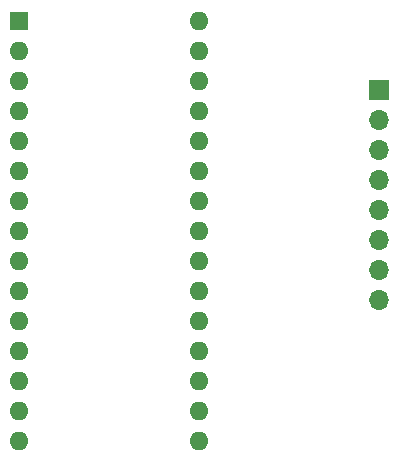
<source format=gbr>
%TF.GenerationSoftware,KiCad,Pcbnew,8.0.4*%
%TF.CreationDate,2024-09-23T10:04:25-03:00*%
%TF.ProjectId,IMU com arduino,494d5520-636f-46d2-9061-726475696e6f,rev?*%
%TF.SameCoordinates,Original*%
%TF.FileFunction,Copper,L1,Top*%
%TF.FilePolarity,Positive*%
%FSLAX46Y46*%
G04 Gerber Fmt 4.6, Leading zero omitted, Abs format (unit mm)*
G04 Created by KiCad (PCBNEW 8.0.4) date 2024-09-23 10:04:25*
%MOMM*%
%LPD*%
G01*
G04 APERTURE LIST*
%TA.AperFunction,ComponentPad*%
%ADD10O,1.700000X1.700000*%
%TD*%
%TA.AperFunction,ComponentPad*%
%ADD11R,1.700000X1.700000*%
%TD*%
%TA.AperFunction,ComponentPad*%
%ADD12R,1.600000X1.600000*%
%TD*%
%TA.AperFunction,ComponentPad*%
%ADD13O,1.600000X1.600000*%
%TD*%
%TA.AperFunction,Conductor*%
%ADD14C,0.200000*%
%TD*%
G04 APERTURE END LIST*
D10*
%TO.P,J1,8,Pin_8*%
%TO.N,unconnected-(J1-Pin_8-Pad8)*%
X162687000Y-97790000D03*
%TO.P,J1,7,Pin_7*%
%TO.N,unconnected-(J1-Pin_7-Pad7)*%
X162687000Y-95250000D03*
%TO.P,J1,6,Pin_6*%
%TO.N,unconnected-(J1-Pin_6-Pad6)*%
X162687000Y-92710000D03*
%TO.P,J1,5,Pin_5*%
%TO.N,unconnected-(J1-Pin_5-Pad5)*%
X162687000Y-90170000D03*
%TO.P,J1,4,Pin_4*%
%TO.N,Net-(A1-A4)*%
X162687000Y-87630000D03*
%TO.P,J1,3,Pin_3*%
%TO.N,Net-(A1-A5)*%
X162687000Y-85090000D03*
%TO.P,J1,2,Pin_2*%
%TO.N,GND*%
X162687000Y-82550000D03*
D11*
%TO.P,J1,1,Pin_1*%
%TO.N,Net-(A1-+5V)*%
X162687000Y-80010000D03*
%TD*%
D12*
%TO.P,A1,1,D1/TX*%
%TO.N,unconnected-(A1-D1{slash}TX-Pad1)*%
X132207000Y-74168000D03*
D13*
%TO.P,A1,2,D0/RX*%
%TO.N,unconnected-(A1-D0{slash}RX-Pad2)*%
X132207000Y-76708000D03*
%TO.P,A1,3,~{RESET}*%
%TO.N,unconnected-(A1-~{RESET}-Pad3)*%
X132207000Y-79248000D03*
%TO.P,A1,4,GND*%
%TO.N,GND*%
X132207000Y-81788000D03*
%TO.P,A1,5,D2*%
%TO.N,unconnected-(A1-D2-Pad5)*%
X132207000Y-84328000D03*
%TO.P,A1,6,D3*%
%TO.N,unconnected-(A1-D3-Pad6)*%
X132207000Y-86868000D03*
%TO.P,A1,7,D4*%
%TO.N,unconnected-(A1-D4-Pad7)*%
X132207000Y-89408000D03*
%TO.P,A1,8,D5*%
%TO.N,unconnected-(A1-D5-Pad8)*%
X132207000Y-91948000D03*
%TO.P,A1,9,D6*%
%TO.N,unconnected-(A1-D6-Pad9)*%
X132207000Y-94488000D03*
%TO.P,A1,10,D7*%
%TO.N,unconnected-(A1-D7-Pad10)*%
X132207000Y-97028000D03*
%TO.P,A1,11,D8*%
%TO.N,unconnected-(A1-D8-Pad11)*%
X132207000Y-99568000D03*
%TO.P,A1,12,D9*%
%TO.N,unconnected-(A1-D9-Pad12)*%
X132207000Y-102108000D03*
%TO.P,A1,13,D10*%
%TO.N,unconnected-(A1-D10-Pad13)*%
X132207000Y-104648000D03*
%TO.P,A1,14,D11*%
%TO.N,unconnected-(A1-D11-Pad14)*%
X132207000Y-107188000D03*
%TO.P,A1,15,D12*%
%TO.N,unconnected-(A1-D12-Pad15)*%
X132207000Y-109728000D03*
%TO.P,A1,16,D13*%
%TO.N,unconnected-(A1-D13-Pad16)*%
X147447000Y-109728000D03*
%TO.P,A1,17,3V3*%
%TO.N,unconnected-(A1-3V3-Pad17)*%
X147447000Y-107188000D03*
%TO.P,A1,18,AREF*%
%TO.N,unconnected-(A1-AREF-Pad18)*%
X147447000Y-104648000D03*
%TO.P,A1,19,A0*%
%TO.N,unconnected-(A1-A0-Pad19)*%
X147447000Y-102108000D03*
%TO.P,A1,20,A1*%
%TO.N,unconnected-(A1-A1-Pad20)*%
X147447000Y-99568000D03*
%TO.P,A1,21,A2*%
%TO.N,unconnected-(A1-A2-Pad21)*%
X147447000Y-97028000D03*
%TO.P,A1,22,A3*%
%TO.N,unconnected-(A1-A3-Pad22)*%
X147447000Y-94488000D03*
%TO.P,A1,23,A4*%
%TO.N,Net-(A1-A4)*%
X147447000Y-91948000D03*
%TO.P,A1,24,A5*%
%TO.N,Net-(A1-A5)*%
X147447000Y-89408000D03*
%TO.P,A1,25,A6*%
%TO.N,unconnected-(A1-A6-Pad25)*%
X147447000Y-86868000D03*
%TO.P,A1,26,A7*%
%TO.N,unconnected-(A1-A7-Pad26)*%
X147447000Y-84328000D03*
%TO.P,A1,27,+5V*%
%TO.N,Net-(A1-+5V)*%
X147447000Y-81788000D03*
%TO.P,A1,28,~{RESET}*%
%TO.N,unconnected-(A1-~{RESET}-Pad28)*%
X147447000Y-79248000D03*
%TO.P,A1,29,GND*%
%TO.N,unconnected-(A1-GND-Pad29)*%
X147447000Y-76708000D03*
%TO.P,A1,30,VIN*%
%TO.N,unconnected-(A1-VIN-Pad30)*%
X147447000Y-74168000D03*
%TD*%
D14*
%TO.N,Net-(A1-A4)*%
X147955000Y-91948000D02*
X147447000Y-92456000D01*
%TD*%
M02*

</source>
